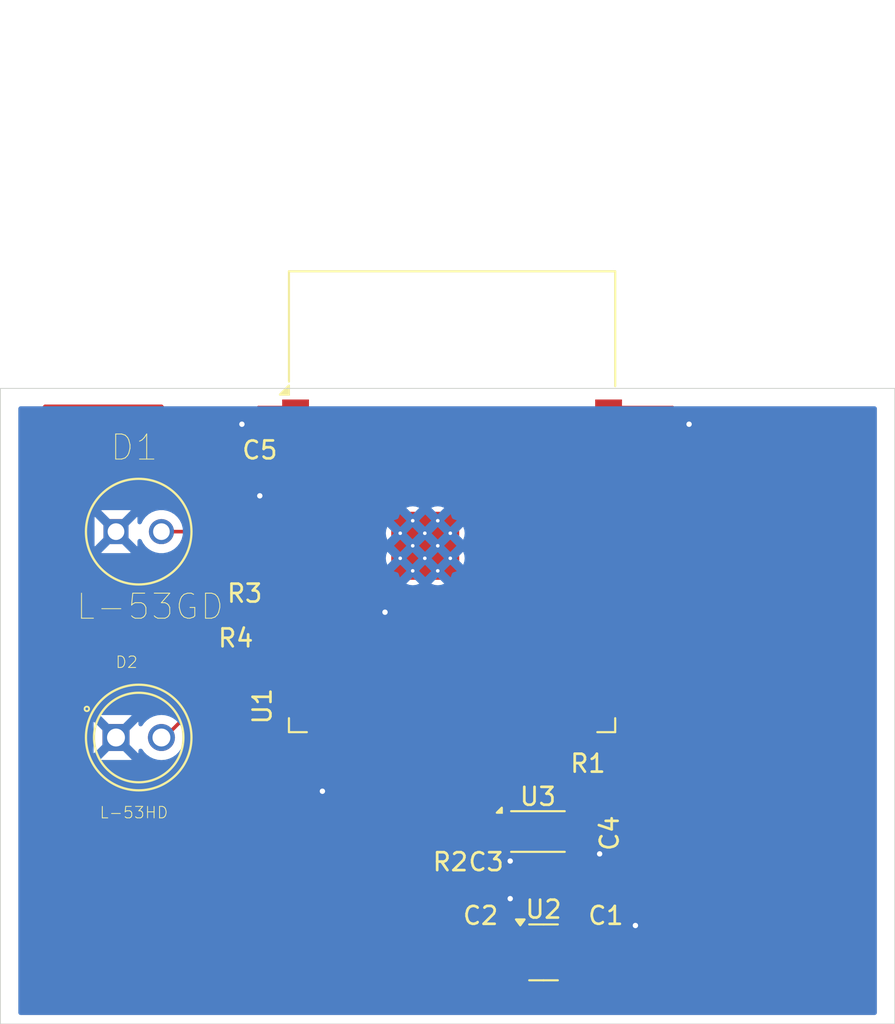
<source format=kicad_pcb>
(kicad_pcb (version 20240108) (generator "pcbnew") (generator_version "8.0")
  (layers (0 "F.Cu" signal) (31 "B.Cu" signal) (34 "B.Paste" user) (35 "F.Paste" user) (36 "B.SilkS" user "B.Silkscreen") (37 "F.SilkS" user "F.Silkscreen") (38 "B.Mask" user) (39 "F.Mask" user) (44 "Edge.Cuts" user))
  (net 0 "")
  (net 1 "GND")
  (net 2 "VBAT")
  (net 3 "+3.3V")
  (net 4 "Net-(D1-PadA)")
  (net 5 "Net-(D2-PadA)")
  (net 6 "I2C_SDA")
  (net 7 "I2C_SCL")
  (net 8 "LED_G")
  (net 9 "LED_R")
  (net 25 "ALERT")
  (footprint "Capacitor_SMD:C_0201_0603Metric" (layer "F.Cu") (at 103.655 79.5)
    (property "Reference" "C3" (at 0 -1.05 0) (layer "F.SilkS"))
    (property "Value" "1uF")
    (pad "1" smd roundrect (at -0.32 0) (size 0.46 0.4) (layers "F.Cu" "F.Mask") (net 3 "+3.3V"))
    (pad "2" smd roundrect (at 0.32 0) (size 0.46 0.4) (layers "F.Cu" "F.Mask") (net 1 "GND"))
  )
  (footprint "Capacitor_SMD:C_0201_0603Metric" (layer "F.Cu") (at 103.345 82.5)
    (property "Reference" "C2" (at 0 -1.05 0) (layer "F.SilkS"))
    (property "Value" "1uF")
    (pad "1" smd roundrect (at -0.32 0) (size 0.46 0.4) (layers "F.Cu" "F.Mask") (net 3 "+3.3V"))
    (pad "2" smd roundrect (at 0.32 0) (size 0.46 0.4) (layers "F.Cu" "F.Mask") (net 1 "GND"))
  )
  (footprint "Package_DFN_QFN:DFN-8-1EP_3x2mm_P0.5mm_EP1.7x1.4mm" (layer "F.Cu") (at 106.55 76.75)
    (property "Reference" "U3" (at 0 -1.95 0) (layer "F.SilkS"))
    (property "Value" "MCP9808_DFN")
    (fp_line (start -1.5 -1.135) (end 1.5 -1.135) (stroke (width 0.12)) (layer "F.SilkS"))
    (fp_line (start -1.5 1.135) (end 1.5 1.135) (stroke (width 0.12)) (layer "F.SilkS"))
    (fp_poly (pts (xy -2.02 -1.05) (xy -2.3 -1.05) (xy -2.02 -1.33) (xy -2.02 -1.05)) (stroke (width 0.12)) (fill solid) (layer "F.SilkS"))
    (pad "1" smd roundrect (at -1.45 -0.75) (size 0.8 0.25) (layers "F.Cu" "F.Paste" "F.Mask") (net 6 "I2C_SDA"))
    (pad "2" smd roundrect (at -1.45 -0.25) (size 0.8 0.25) (layers "F.Cu" "F.Paste" "F.Mask") (net 7 "I2C_SCL"))
    (pad "3" smd roundrect (at -1.45 0.25) (size 0.8 0.25) (layers "F.Cu" "F.Paste" "F.Mask") (net 25 "ALERT"))
    (pad "4" smd roundrect (at -1.45 0.75) (size 0.8 0.25) (layers "F.Cu" "F.Paste" "F.Mask") (net 1 "GND"))
    (pad "5" smd roundrect (at 1.45 0.75) (size 0.8 0.25) (layers "F.Cu" "F.Paste" "F.Mask") (net 1 "GND"))
    (pad "6" smd roundrect (at 1.45 0.25) (size 0.8 0.25) (layers "F.Cu" "F.Paste" "F.Mask") (net 1 "GND"))
    (pad "7" smd roundrect (at 1.45 -0.25) (size 0.8 0.25) (layers "F.Cu" "F.Paste" "F.Mask") (net 1 "GND"))
    (pad "8" smd roundrect (at 1.45 -0.75) (size 0.8 0.25) (layers "F.Cu" "F.Paste" "F.Mask") (net 3 "+3.3V"))
    (pad "9" smd rect (at 0 0) (size 1.7 1.4) (property pad_prop_heatsink) (layers "F.Cu" "F.Mask") (net 1 "GND"))
  )
  (footprint "Resistor_SMD:R_0201_0603Metric" (layer "F.Cu") (at 101.655 79.5)
    (property "Reference" "R2" (at 0 -1.05 0) (layer "F.SilkS"))
    (property "Value" "2K")
    (pad "1" smd roundrect (at -0.32 0) (size 0.46 0.4) (layers "F.Cu" "F.Mask") (net 3 "+3.3V"))
    (pad "2" smd roundrect (at 0.32 0) (size 0.46 0.4) (layers "F.Cu" "F.Mask") (net 7 "I2C_SCL"))
  )
  (footprint "Library:LED_WP7113SYD" (layer "F.Cu") (at 84.23 71.5)
    (property "Reference" "D2" (at -0.6744 -4.2064 0) (layer "F.SilkS") (effects (font (size 0.64 0.64) (thickness 0.05))))
    (property "Value" "L-53HD" (at -0.268 4.1936 0) (layer "F.SilkS") (effects (font (size 0.64 0.64) (thickness 0.05))))
    (fp_circle (center -2.9 -1.6) (end -2.773 -1.6) (stroke (width 0.1)) (fill none) (layer "F.SilkS"))
    (fp_circle (center 0 0) (end 2.5 0) (stroke (width 0.127)) (fill none) (layer "F.SilkS"))
    (fp_circle (center 0 0) (end 2.95 0) (stroke (width 0.127)) (fill none) (layer "F.SilkS"))
    (pad "A" thru_hole circle (at 1.27 0 180) (size 1.508 1.508) (drill 1) (layers "*.Cu" "*.Mask") (net 5 "Net-(D2-PadA)"))
    (pad "C" thru_hole rect (at -1.27 0 180) (size 1.508 1.508) (drill 1) (layers "*.Cu" "*.Mask") (net 1 "GND"))
  )
  (footprint "Package_TO_SOT_SMD:SOT-23-3" (layer "F.Cu") (at 106.8625 83.5)
    (property "Reference" "U2" (at 0 -2.4 0) (layer "F.SilkS"))
    (property "Value" "XC6206PxxxMR")
    (fp_line (start 0 -1.56) (end -0.8 -1.56) (stroke (width 0.12)) (layer "F.SilkS"))
    (fp_line (start 0 -1.56) (end 0.8 -1.56) (stroke (width 0.12)) (layer "F.SilkS"))
    (fp_line (start 0 1.56) (end -0.8 1.56) (stroke (width 0.12)) (layer "F.SilkS"))
    (fp_line (start 0 1.56) (end 0.8 1.56) (stroke (width 0.12)) (layer "F.SilkS"))
    (fp_poly (pts (xy -1.3 -1.51) (xy -1.54 -1.84) (xy -1.06 -1.84) (xy -1.3 -1.51)) (stroke (width 0.12)) (fill solid) (layer "F.SilkS"))
    (pad "1" smd roundrect (at -1.1375 -0.95) (size 1.325 0.6) (layers "F.Cu" "F.Paste" "F.Mask") (net 1 "GND"))
    (pad "2" smd roundrect (at -1.1375 0.95) (size 1.325 0.6) (layers "F.Cu" "F.Paste" "F.Mask") (net 3 "+3.3V"))
    (pad "3" smd roundrect (at 1.1375 0) (size 1.325 0.6) (layers "F.Cu" "F.Paste" "F.Mask") (net 2 "VBAT"))
  )
  (footprint "Resistor_SMD:R_0201_0603Metric" (layer "F.Cu") (at 90.155 64.5)
    (property "Reference" "R3" (at 0 -1.05 0) (layer "F.SilkS"))
    (property "Value" "220")
    (pad "1" smd roundrect (at -0.32 0) (size 0.46 0.4) (layers "F.Cu" "F.Mask") (net 8 "LED_G"))
    (pad "2" smd roundrect (at 0.32 0) (size 0.46 0.4) (layers "F.Cu" "F.Mask") (net 4 "Net-(D1-PadA)"))
  )
  (footprint "Library:LEDRD254W50D500H1060" (layer "F.Cu") (at 84.23 60)
    (property "Reference" "D1" (at -0.254 -4.699 0) (layer "F.SilkS") (effects (font (size 1.4 1.4) (thickness 0.05))))
    (property "Value" "L-53GD" (at 0.635 4.191 0) (layer "F.SilkS") (effects (font (size 1.4 1.4) (thickness 0.05))))
    (fp_circle (center 0 0) (end 2.95 0) (stroke (width 0.127)) (fill none) (layer "F.SilkS"))
    (pad "A" thru_hole circle (at 1.27 0) (size 1.4 1.4) (drill 0.93) (layers "*.Cu" "*.Mask") (net 4 "Net-(D1-PadA)"))
    (pad "C" thru_hole rect (at -1.27 0) (size 1.4 1.4) (drill 0.93) (layers "*.Cu" "*.Mask") (net 1 "GND"))
  )
  (footprint "Resistor_SMD:R_0201_0603Metric" (layer "F.Cu") (at 89.655 67)
    (property "Reference" "R4" (at 0 -1.05 0) (layer "F.SilkS"))
    (property "Value" "220")
    (pad "1" smd roundrect (at -0.32 0) (size 0.46 0.4) (layers "F.Cu" "F.Mask") (net 9 "LED_R"))
    (pad "2" smd roundrect (at 0.32 0) (size 0.46 0.4) (layers "F.Cu" "F.Mask") (net 5 "Net-(D2-PadA)"))
  )
  (footprint "Capacitor_SMD:C_0201_0603Metric" (layer "F.Cu") (at 91 56.5)
    (property "Reference" "C5" (at 0 -1.05 0) (layer "F.SilkS"))
    (property "Value" "1uF")
    (pad "1" smd roundrect (at -0.32 0) (size 0.46 0.4) (layers "F.Cu" "F.Mask") (net 3 "+3.3V"))
    (pad "2" smd roundrect (at 0.32 0) (size 0.46 0.4) (layers "F.Cu" "F.Mask") (net 1 "GND"))
  )
  (footprint "Capacitor_SMD:C_0201_0603Metric" (layer "F.Cu") (at 109.5 76.845 -90)
    (property "Reference" "C4" (at 0 -1.05 90) (layer "F.SilkS"))
    (property "Value" "1uF")
    (pad "1" smd roundrect (at -0.32 0 270) (size 0.46 0.4) (layers "F.Cu" "F.Mask") (net 3 "+3.3V"))
    (pad "2" smd roundrect (at 0.32 0 270) (size 0.46 0.4) (layers "F.Cu" "F.Mask") (net 1 "GND"))
  )
  (footprint "Capacitor_SMD:C_0201_0603Metric" (layer "F.Cu") (at 110.345 82.5)
    (property "Reference" "C1" (at 0 -1.05 0) (layer "F.SilkS"))
    (property "Value" "1uF")
    (pad "1" smd roundrect (at -0.32 0) (size 0.46 0.4) (layers "F.Cu" "F.Mask") (net 2 "VBAT"))
    (pad "2" smd roundrect (at 0.32 0) (size 0.46 0.4) (layers "F.Cu" "F.Mask") (net 1 "GND"))
  )
  (footprint "Resistor_SMD:R_0201_0603Metric" (layer "F.Cu") (at 109.345 74)
    (property "Reference" "R1" (at 0 -1.05 0) (layer "F.SilkS"))
    (property "Value" "2K")
    (pad "1" smd roundrect (at -0.32 0) (size 0.46 0.4) (layers "F.Cu" "F.Mask") (net 3 "+3.3V"))
    (pad "2" smd roundrect (at 0.32 0) (size 0.46 0.4) (layers "F.Cu" "F.Mask") (net 6 "I2C_SDA"))
  )
  (footprint "RF_Module:ESP32-WROOM-32D" (layer "F.Cu") (at 101.75 61.32)
    (property "Reference" "U1" (at -10.61 8.43 90) (layer "F.SilkS"))
    (property "Value" "ESP32-WROOM-32D")
    (fp_line (start -9.12 -15.86) (end -9.12 -9.7) (stroke (width 0.12)) (layer "F.SilkS"))
    (fp_line (start -9.12 -15.86) (end 9.12 -15.86) (stroke (width 0.12)) (layer "F.SilkS"))
    (fp_line (start -9.12 9.1) (end -9.12 9.88) (stroke (width 0.12)) (layer "F.SilkS"))
    (fp_line (start -9.12 9.88) (end -8.12 9.88) (stroke (width 0.12)) (layer "F.SilkS"))
    (fp_line (start 9.12 -15.86) (end 9.12 -9.445) (stroke (width 0.12)) (layer "F.SilkS"))
    (fp_line (start 9.12 9.1) (end 9.12 9.88) (stroke (width 0.12)) (layer "F.SilkS"))
    (fp_line (start 9.12 9.88) (end 8.12 9.88) (stroke (width 0.12)) (layer "F.SilkS"))
    (fp_poly (pts (xy -9.125 -8.975) (xy -9.625 -8.975) (xy -9.125 -9.475) (xy -9.125 -8.975)) (stroke (width 0.12)) (fill solid) (layer "F.SilkS"))
    (pad "1" smd rect (at -8.75 -8.25) (size 1.5 0.9) (layers "F.Cu" "F.Paste" "F.Mask") (net 1 "GND"))
    (pad "2" smd rect (at -8.75 -6.98) (size 1.5 0.9) (layers "F.Cu" "F.Paste" "F.Mask") (net 3 "+3.3V"))
    (pad "3" smd rect (at -8.75 -5.71) (size 1.5 0.9) (layers "F.Cu" "F.Paste" "F.Mask"))
    (pad "4" smd rect (at -8.75 -4.44) (size 1.5 0.9) (layers "F.Cu" "F.Paste" "F.Mask"))
    (pad "5" smd rect (at -8.75 -3.17) (size 1.5 0.9) (layers "F.Cu" "F.Paste" "F.Mask"))
    (pad "6" smd rect (at -8.75 -1.9) (size 1.5 0.9) (layers "F.Cu" "F.Paste" "F.Mask"))
    (pad "7" smd rect (at -8.75 -0.63) (size 1.5 0.9) (layers "F.Cu" "F.Paste" "F.Mask"))
    (pad "8" smd rect (at -8.75 0.64) (size 1.5 0.9) (layers "F.Cu" "F.Paste" "F.Mask"))
    (pad "9" smd rect (at -8.75 1.91) (size 1.5 0.9) (layers "F.Cu" "F.Paste" "F.Mask"))
    (pad "10" smd rect (at -8.75 3.18) (size 1.5 0.9) (layers "F.Cu" "F.Paste" "F.Mask") (net 8 "LED_G"))
    (pad "11" smd rect (at -8.75 4.45) (size 1.5 0.9) (layers "F.Cu" "F.Paste" "F.Mask"))
    (pad "12" smd rect (at -8.75 5.72) (size 1.5 0.9) (layers "F.Cu" "F.Paste" "F.Mask") (net 9 "LED_R"))
    (pad "13" smd rect (at -8.75 6.99) (size 1.5 0.9) (layers "F.Cu" "F.Paste" "F.Mask"))
    (pad "14" smd rect (at -8.75 8.26) (size 1.5 0.9) (layers "F.Cu" "F.Paste" "F.Mask"))
    (pad "15" smd rect (at -5.71 9.51 90) (size 1.5 0.9) (layers "F.Cu" "F.Paste" "F.Mask") (net 1 "GND"))
    (pad "16" smd rect (at -4.44 9.51 90) (size 1.5 0.9) (layers "F.Cu" "F.Paste" "F.Mask"))
    (pad "17" smd rect (at -3.17 9.51 90) (size 1.5 0.9) (layers "F.Cu" "F.Paste" "F.Mask"))
    (pad "18" smd rect (at -1.9 9.51 90) (size 1.5 0.9) (layers "F.Cu" "F.Paste" "F.Mask"))
    (pad "19" smd rect (at -0.63 9.51 90) (size 1.5 0.9) (layers "F.Cu" "F.Paste" "F.Mask"))
    (pad "20" smd rect (at 0.64 9.51 90) (size 1.5 0.9) (layers "F.Cu" "F.Paste" "F.Mask") (net 7 "I2C_SCL"))
    (pad "21" smd rect (at 1.91 9.51 90) (size 1.5 0.9) (layers "F.Cu" "F.Paste" "F.Mask") (net 6 "I2C_SDA"))
    (pad "22" smd rect (at 3.18 9.51 90) (size 1.5 0.9) (layers "F.Cu" "F.Paste" "F.Mask"))
    (pad "23" smd rect (at 4.45 9.51 90) (size 1.5 0.9) (layers "F.Cu" "F.Paste" "F.Mask"))
    (pad "24" smd rect (at 5.72 9.51 90) (size 1.5 0.9) (layers "F.Cu" "F.Paste" "F.Mask"))
    (pad "25" smd rect (at 8.75 8.26) (size 1.5 0.9) (layers "F.Cu" "F.Paste" "F.Mask"))
    (pad "26" smd rect (at 8.75 6.99) (size 1.5 0.9) (layers "F.Cu" "F.Paste" "F.Mask"))
    (pad "27" smd rect (at 8.75 5.72) (size 1.5 0.9) (layers "F.Cu" "F.Paste" "F.Mask"))
    (pad "28" smd rect (at 8.75 4.45) (size 1.5 0.9) (layers "F.Cu" "F.Paste" "F.Mask"))
    (pad "29" smd rect (at 8.75 3.18) (size 1.5 0.9) (layers "F.Cu" "F.Paste" "F.Mask"))
    (pad "30" smd rect (at 8.75 1.91) (size 1.5 0.9) (layers "F.Cu" "F.Paste" "F.Mask"))
    (pad "31" smd rect (at 8.75 0.64) (size 1.5 0.9) (layers "F.Cu" "F.Paste" "F.Mask"))
    (pad "32" smd rect (at 8.75 -0.63) (size 1.5 0.9) (layers "F.Cu" "F.Paste" "F.Mask"))
    (pad "33" smd rect (at 8.75 -1.9) (size 1.5 0.9) (layers "F.Cu" "F.Paste" "F.Mask"))
    (pad "34" smd rect (at 8.75 -3.17) (size 1.5 0.9) (layers "F.Cu" "F.Paste" "F.Mask"))
    (pad "35" smd rect (at 8.75 -4.44) (size 1.5 0.9) (layers "F.Cu" "F.Paste" "F.Mask"))
    (pad "36" smd rect (at 8.75 -5.71) (size 1.5 0.9) (layers "F.Cu" "F.Paste" "F.Mask") (net 25 "ALERT"))
    (pad "37" smd rect (at 8.75 -6.98) (size 1.5 0.9) (layers "F.Cu" "F.Paste" "F.Mask"))
    (pad "38" smd rect (at 8.75 -8.25) (size 1.5 0.9) (layers "F.Cu" "F.Paste" "F.Mask") (net 1 "GND"))
    (pad "39" smd rect (at -2.9 -1.93) (size 0.9 0.9) (layers "F.Cu" "F.Paste") (net 1 "GND"))
    (pad "39" thru_hole circle (at -2.9 -1.23) (size 0.6 0.6) (drill 0.2) (property pad_prop_heatsink) (layers "*.Cu" "F.Mask") (net 1 "GND"))
    (pad "39" smd rect (at -2.9 -0.53) (size 0.9 0.9) (layers "F.Cu" "F.Paste") (net 1 "GND"))
    (pad "39" thru_hole circle (at -2.9 0.17) (size 0.6 0.6) (drill 0.2) (property pad_prop_heatsink) (layers "*.Cu" "F.Mask") (net 1 "GND"))
    (pad "39" smd rect (at -2.9 0.87) (size 0.9 0.9) (layers "F.Cu" "F.Paste") (net 1 "GND"))
    (pad "39" thru_hole circle (at -2.2 -1.93) (size 0.6 0.6) (drill 0.2) (property pad_prop_heatsink) (layers "*.Cu" "F.Mask") (net 1 "GND"))
    (pad "39" thru_hole circle (at -2.2 -0.53) (size 0.6 0.6) (drill 0.2) (property pad_prop_heatsink) (layers "*.Cu" "F.Mask") (net 1 "GND"))
    (pad "39" thru_hole circle (at -2.2 0.87) (size 0.6 0.6) (drill 0.2) (property pad_prop_heatsink) (layers "*.Cu" "F.Mask") (net 1 "GND"))
    (pad "39" thru_hole circle (at -1.525 -1.23) (size 0.6 0.6) (drill 0.2) (property pad_prop_heatsink) (layers "*.Cu" "F.Mask") (net 1 "GND"))
    (pad "39" thru_hole circle (at -1.525 0.17) (size 0.6 0.6) (drill 0.2) (property pad_prop_heatsink) (layers "*.Cu" "F.Mask") (net 1 "GND"))
    (pad "39" smd rect (at -1.5 -1.93) (size 0.9 0.9) (layers "F.Cu" "F.Paste") (net 1 "GND"))
    (pad "39" smd rect (at -1.5 -0.53) (size 0.9 0.9) (layers "F.Cu" "F.Paste") (net 1 "GND"))
    (pad "39" smd rect (at -1.5 -0.53) (size 3.8 3.8) (layers "F.Cu" "F.Mask") (net 1 "GND"))
    (pad "39" smd rect (at -1.5 0.87) (size 0.9 0.9) (layers "F.Cu" "F.Paste") (net 1 "GND"))
    (pad "39" thru_hole circle (at -0.8 -1.93) (size 0.6 0.6) (drill 0.2) (property pad_prop_heatsink) (layers "*.Cu" "F.Mask") (net 1 "GND"))
    (pad "39" thru_hole circle (at -0.8 -0.53) (size 0.6 0.6) (drill 0.2) (property pad_prop_heatsink) (layers "*.Cu" "F.Mask") (net 1 "GND"))
    (pad "39" thru_hole circle (at -0.8 0.87) (size 0.6 0.6) (drill 0.2) (property pad_prop_heatsink) (layers "*.Cu" "F.Mask") (net 1 "GND"))
    (pad "39" smd rect (at -0.1 -1.93) (size 0.9 0.9) (layers "F.Cu" "F.Paste") (net 1 "GND"))
    (pad "39" thru_hole circle (at -0.1 -1.23) (size 0.6 0.6) (drill 0.2) (property pad_prop_heatsink) (layers "*.Cu" "F.Mask") (net 1 "GND"))
    (pad "39" smd rect (at -0.1 -0.53) (size 0.9 0.9) (layers "F.Cu" "F.Paste") (net 1 "GND"))
    (pad "39" thru_hole circle (at -0.1 0.17) (size 0.6 0.6) (drill 0.2) (property pad_prop_heatsink) (layers "*.Cu" "F.Mask") (net 1 "GND"))
    (pad "39" smd rect (at -0.1 0.87) (size 0.9 0.9) (layers "F.Cu" "F.Paste") (net 1 "GND"))
    (zone (net 0) (net_name "") (layers "*.Cu") (connect_pads (clearance 0)) (min_thickness 0.254)
      (keepout (tracks not_allowed) (vias not_allowed) (pads not_allowed) (copperpour not_allowed) (footprints not_allowed))
      (fill (thermal_gap 0.508) (thermal_bridge_width 0.508))
      (polygon (pts (xy 77.75 51.77) (xy 125.75 51.77) (xy 125.75 30.58) (xy 77.75 30.58)))
    )
  )
  (gr_line (start 76.5 87.5) (end 76.5 52) (stroke (width 0.05)) (layer "Edge.Cuts"))
  (gr_line (start 126.5 52) (end 126.5 87.5) (stroke (width 0.05)) (layer "Edge.Cuts"))
  (gr_line (start 76.5 52) (end 126.5 52) (stroke (width 0.05)) (layer "Edge.Cuts"))
  (gr_line (start 126.5 87.5) (end 76.5 87.5) (stroke (width 0.05)) (layer "Edge.Cuts"))
  (segment (start 104 79.5) (end 105 80.5) (width 0.2) (layer "F.Cu") (net 1))
  (segment (start 91.32 57.68) (end 91 58) (width 0.2) (layer "F.Cu") (net 1))
  (segment (start 106.8 77) (end 106.55 76.75) (width 0.2) (layer "F.Cu") (net 1))
  (segment (start 108 77.5) (end 107.3 77.5) (width 0.2) (layer "F.Cu") (net 1))
  (segment (start 105.1 77.5) (end 105.1 78.3) (width 0.2) (layer "F.Cu") (net 1))
  (segment (start 91.32 56.5) (end 91.32 57.68) (width 0.2) (layer "F.Cu") (net 1))
  (segment (start 90.93 53.07) (end 90 54) (width 0.2) (layer "F.Cu") (net 1))
  (segment (start 110.665 82.232501) (end 109.932499 81.5) (width 0.2) (layer "F.Cu") (net 1))
  (segment (start 105.675 82.5) (end 105.725 82.55) (width 0.2) (layer "F.Cu") (net 1))
  (segment (start 103.665 82.5) (end 105.675 82.5) (width 0.2) (layer "F.Cu") (net 1))
  (segment (start 109.5 77.165) (end 109.5 77.5) (width 0.2) (layer "F.Cu") (net 1))
  (segment (start 93 53.07) (end 90.93 53.07) (width 0.2) (layer "F.Cu") (net 1))
  (segment (start 111.5 82.5) (end 112 82) (width 0.2) (layer "F.Cu") (net 1))
  (segment (start 96.04 72.96) (end 94.5 74.5) (width 0.2) (layer "F.Cu") (net 1))
  (segment (start 98.85 63.65) (end 98 64.5) (width 0.2) (layer "F.Cu") (net 1))
  (segment (start 98.85 62.19) (end 98.85 63.65) (width 0.2) (layer "F.Cu") (net 1))
  (segment (start 107.3 77.5) (end 106.55 76.75) (width 0.2) (layer "F.Cu") (net 1))
  (segment (start 106.775 81.5) (end 105.725 82.55) (width 0.2) (layer "F.Cu") (net 1))
  (segment (start 109.932499 81.5) (end 106.775 81.5) (width 0.2) (layer "F.Cu") (net 1))
  (segment (start 110.5 53.07) (end 114.07 53.07) (width 0.2) (layer "F.Cu") (net 1))
  (segment (start 110.665 82.5) (end 110.665 82.232501) (width 0.2) (layer "F.Cu") (net 1))
  (segment (start 105.8 77.5) (end 106.55 76.75) (width 0.2) (layer "F.Cu") (net 1))
  (segment (start 109.5 77.5) (end 110 78) (width 0.2) (layer "F.Cu") (net 1))
  (segment (start 108 76.5) (end 106.8 76.5) (width 0.2) (layer "F.Cu") (net 1))
  (segment (start 106.8 76.5) (end 106.55 76.75) (width 0.2) (layer "F.Cu") (net 1))
  (segment (start 96.04 70.83) (end 96.04 72.96) (width 0.2) (layer "F.Cu") (net 1))
  (segment (start 110.665 82.5) (end 111.5 82.5) (width 0.2) (layer "F.Cu") (net 1))
  (segment (start 108 77) (end 106.8 77) (width 0.2) (layer "F.Cu") (net 1))
  (segment (start 103.975 79.5) (end 104 79.5) (width 0.2) (layer "F.Cu") (net 1))
  (segment (start 105.1 77.5) (end 105.8 77.5) (width 0.2) (layer "F.Cu") (net 1))
  (segment (start 105.1 78.3) (end 105 78.4) (width 0.2) (layer "F.Cu") (net 1))
  (segment (start 114.07 53.07) (end 115 54) (width 0.2) (layer "F.Cu") (net 1))
  (via (at 112 82) (size 0.6) (drill 0.3) (layers "F.Cu" "B.Cu") (net 1))
  (via (at 91 58) (size 0.6) (drill 0.3) (layers "F.Cu" "B.Cu") (net 1))
  (via (at 110 78) (size 0.6) (drill 0.3) (layers "F.Cu" "B.Cu") (net 1))
  (via (at 105 80.5) (size 0.6) (drill 0.3) (layers "F.Cu" "B.Cu") (net 1))
  (via (at 115 54) (size 0.6) (drill 0.3) (layers "F.Cu" "B.Cu") (net 1))
  (via (at 98 64.5) (size 0.6) (drill 0.3) (layers "F.Cu" "B.Cu") (net 1))
  (via (at 105 78.4) (size 0.6) (drill 0.3) (layers "F.Cu" "B.Cu") (net 1))
  (via (at 90 54) (size 0.6) (drill 0.3) (layers "F.Cu" "B.Cu") (net 1))
  (via (at 94.5 74.5) (size 0.6) (drill 0.3) (layers "F.Cu" "B.Cu") (net 1))
  (segment (start 110.025 82.5) (end 109 82.5) (width 0.2) (layer "F.Cu") (net 2))
  (segment (start 109 82.5) (end 108 83.5) (width 0.2) (layer "F.Cu") (net 2))
  (segment (start 109.025 74) (end 109.025 74.975) (width 0.2) (layer "F.Cu") (net 3))
  (segment (start 79 53) (end 85.5 53) (width 0.2) (layer "F.Cu") (net 3))
  (segment (start 90.68 55.71) (end 92.05 54.34) (width 0.2) (layer "F.Cu") (net 3))
  (segment (start 108.975 76) (end 108 76) (width 0.2) (layer "F.Cu") (net 3))
  (segment (start 78 75) (end 78 54) (width 0.2) (layer "F.Cu") (net 3))
  (segment (start 109.5 76.525) (end 108.975 76) (width 0.2) (layer "F.Cu") (net 3))
  (segment (start 90.68 56.5) (end 90.68 55.71) (width 0.2) (layer "F.Cu") (net 3))
  (segment (start 104.112501 84.45) (end 103.025 83.362499) (width 0.2) (layer "F.Cu") (net 3))
  (segment (start 103.335 79.5) (end 103.335 79.665) (width 0.2) (layer "F.Cu") (net 3))
  (segment (start 103.025 83.362499) (end 103.025 82.5) (width 0.2) (layer "F.Cu") (net 3))
  (segment (start 82.5 79.5) (end 78 75) (width 0.2) (layer "F.Cu") (net 3))
  (segment (start 109 75) (end 108 76) (width 0.2) (layer "F.Cu") (net 3))
  (segment (start 101.335 79.5) (end 82.5 79.5) (width 0.2) (layer "F.Cu") (net 3))
  (segment (start 78 54) (end 79 53) (width 0.2) (layer "F.Cu") (net 3))
  (segment (start 109.025 75) (end 109 75) (width 0.2) (layer "F.Cu") (net 3))
  (segment (start 89 56.5) (end 90.68 56.5) (width 0.2) (layer "F.Cu") (net 3))
  (segment (start 105.725 84.45) (end 104.112501 84.45) (width 0.2) (layer "F.Cu") (net 3))
  (segment (start 109.025 74.975) (end 109 75) (width 0.2) (layer "F.Cu") (net 3))
  (segment (start 85.5 53) (end 89 56.5) (width 0.2) (layer "F.Cu") (net 3))
  (segment (start 102.2625 80.7375) (end 102.2625 81.7375) (width 0.2) (layer "F.Cu") (net 3))
  (segment (start 92.05 54.34) (end 93 54.34) (width 0.2) (layer "F.Cu") (net 3))
  (segment (start 102.2625 81.7375) (end 103.025 82.5) (width 0.2) (layer "F.Cu") (net 3))
  (segment (start 101.335 79.5) (end 101.335 80.81) (width 0.2) (layer "F.Cu") (net 3))
  (segment (start 103.335 79.665) (end 102.2625 80.7375) (width 0.2) (layer "F.Cu") (net 3))
  (segment (start 101.335 80.81) (end 102.2625 81.7375) (width 0.2) (layer "F.Cu") (net 3))
  (segment (start 90.475 64.5) (end 90.475 62.475) (width 0.2) (layer "F.Cu") (net 4))
  (segment (start 88 60) (end 85.5 60) (width 0.2) (layer "F.Cu") (net 4))
  (segment (start 90.475 62.475) (end 88 60) (width 0.2) (layer "F.Cu") (net 4))
  (segment (start 89.975 67) (end 89.975 67.199999) (width 0.2) (layer "F.Cu") (net 5))
  (segment (start 89.975 67.199999) (end 85.674999 71.5) (width 0.2) (layer "F.Cu") (net 5))
  (segment (start 85.674999 71.5) (end 85.5 71.5) (width 0.2) (layer "F.Cu") (net 5))
  (segment (start 103.66 75.66) (end 103.66 70.83) (width 0.2) (layer "F.Cu") (net 6))
  (segment (start 104 76) (end 103.66 75.66) (width 0.2) (layer "F.Cu") (net 6))
  (segment (start 108 73) (end 105.1 75.9) (width 0.2) (layer "F.Cu") (net 6))
  (segment (start 109.665 74) (end 109.665 73.800001) (width 0.2) (layer "F.Cu") (net 6))
  (segment (start 105.1 76) (end 104 76) (width 0.2) (layer "F.Cu") (net 6))
  (segment (start 109.665 73.800001) (end 108.864999 73) (width 0.2) (layer "F.Cu") (net 6))
  (segment (start 108.864999 73) (end 108 73) (width 0.2) (layer "F.Cu") (net 6))
  (segment (start 105.1 75.9) (end 105.1 76) (width 0.2) (layer "F.Cu") (net 6))
  (segment (start 102.39 75.39) (end 102.39 70.83) (width 0.2) (layer "F.Cu") (net 7))
  (segment (start 105.1 76.5) (end 103.5 76.5) (width 0.2) (layer "F.Cu") (net 7))
  (segment (start 103.5 76.5) (end 102.39 75.39) (width 0.2) (layer "F.Cu") (net 7))
  (segment (start 101.975 79.5) (end 101.975 78.025) (width 0.2) (layer "F.Cu") (net 7))
  (segment (start 101.975 78.025) (end 103.5 76.5) (width 0.2) (layer "F.Cu") (net 7))
  (segment (start 89.835 64.835) (end 90.5 65.5) (width 0.2) (layer "F.Cu") (net 8))
  (segment (start 89.835 64.5) (end 89.835 64.835) (width 0.2) (layer "F.Cu") (net 8))
  (segment (start 90.5 65.5) (end 91 65.5) (width 0.2) (layer "F.Cu") (net 8))
  (segment (start 92 64.5) (end 93 64.5) (width 0.2) (layer "F.Cu") (net 8))
  (segment (start 91 65.5) (end 92 64.5) (width 0.2) (layer "F.Cu") (net 8))
  (segment (start 90 66) (end 89.335 66.665) (width 0.2) (layer "F.Cu") (net 9))
  (segment (start 91 66) (end 90 66) (width 0.2) (layer "F.Cu") (net 9))
  (segment (start 93 67.04) (end 92.04 67.04) (width 0.2) (layer "F.Cu") (net 9))
  (segment (start 92.04 67.04) (end 91 66) (width 0.2) (layer "F.Cu") (net 9))
  (segment (start 89.335 66.665) (end 89.335 67) (width 0.2) (layer "F.Cu") (net 9))
  (segment (start 114.11 55.61) (end 110.5 55.61) (width 0.2) (layer "F.Cu") (net 25))
  (segment (start 104.5 79) (end 113 79) (width 0.2) (layer "F.Cu") (net 25))
  (segment (start 104 78.5) (end 104.5 79) (width 0.2) (layer "F.Cu") (net 25))
  (segment (start 104.685614 77) (end 104 77.685614) (width 0.2) (layer "F.Cu") (net 25))
  (segment (start 113 79) (end 114.5 77.5) (width 0.2) (layer "F.Cu") (net 25))
  (segment (start 114.5 56) (end 114.11 55.61) (width 0.2) (layer "F.Cu") (net 25))
  (segment (start 104 77.685614) (end 104 78.5) (width 0.2) (layer "F.Cu") (net 25))
  (segment (start 105.1 77) (end 104.685614 77) (width 0.2) (layer "F.Cu") (net 25))
  (segment (start 114.5 77.5) (end 114.5 56) (width 0.2) (layer "F.Cu") (net 25))
  (zone (net 1) (net_name "GND") (layer "B.Cu") (connect_pads (clearance 0.5)) (min_thickness 0.25) (fill yes (thermal_gap 0.5) (thermal_bridge_width 0.5))
    (polygon (pts (xy 77.5 53) (xy 125.5 53) (xy 125.5 87) (xy 77.5 87)))
  )
)
</source>
